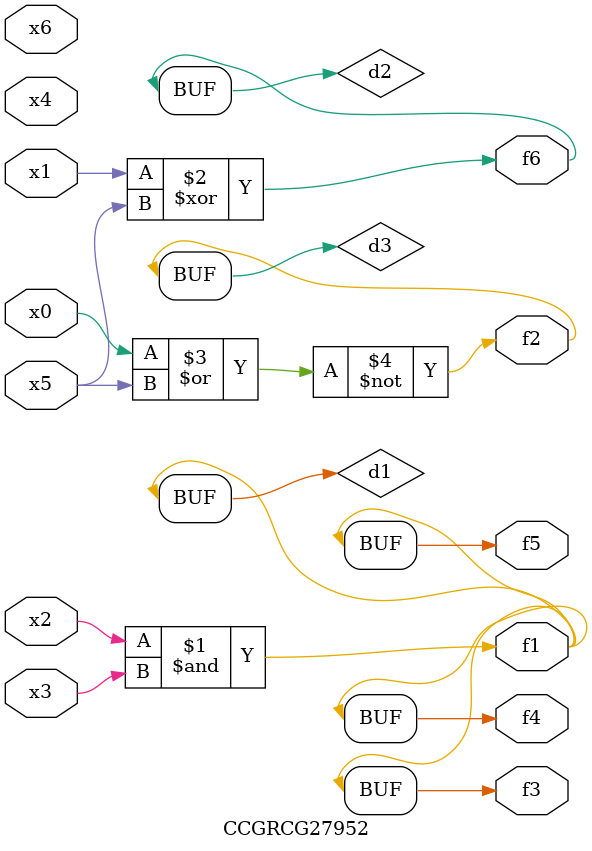
<source format=v>
module CCGRCG27952(
	input x0, x1, x2, x3, x4, x5, x6,
	output f1, f2, f3, f4, f5, f6
);

	wire d1, d2, d3;

	and (d1, x2, x3);
	xor (d2, x1, x5);
	nor (d3, x0, x5);
	assign f1 = d1;
	assign f2 = d3;
	assign f3 = d1;
	assign f4 = d1;
	assign f5 = d1;
	assign f6 = d2;
endmodule

</source>
